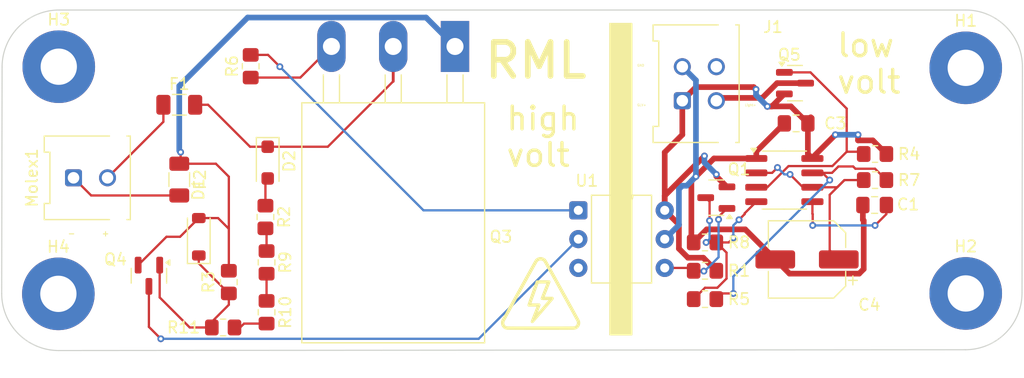
<source format=kicad_pcb>
(kicad_pcb (version 20241229) (generator "pcbnew") (generator_version "9.0")
  (layers (0 "F.Cu" signal) (2 "B.Cu" signal) (13 "F.Paste" user) (15 "B.Paste" user) (5 "F.SilkS" user "F.Silkscreen") (7 "B.SilkS" user "B.Silkscreen") (1 "F.Mask" user) (3 "B.Mask" user) (25 "Edge.Cuts" user))
  (net 0 "")
  (net 1 "Net-(D1-K)")
  (net 2 "/HV-")
  (net 3 "GLV+")
  (net 4 "Net-(Q1-D)")
  (net 5 "Net-(Q1-G)")
  (net 6 "Net-(Q3-S)")
  (net 7 "Net-(Q4-D)")
  (net 8 "Net-(R6-Pad2)")
  (net 10 "Net-(D2-A)")
  (net 11 "/HV+")
  (net 12 "Net-(U2-CV)")
  (net 13 "Light+")
  (net 14 "GND")
  (net 15 "Net-(Q5-G)")
  (net 16 "Net-(U2-THR)")
  (net 18 "Net-(R10-Pad2)")
  (net 19 "Net-(R10-Pad1)")
  (net 20 "Net-(R2-Pad2)")
  (net 21 "Net-(D2-K)")
  (net 22 "Net-(Molex1-Pin_1)")
  (net 23 "Net-(U2-DIS)")
  (footprint "MountingHole:MountingHole_3.2mm_M3_Pad_TopBottom" (layer "F.Cu") (at 109 80.5)
    (property "Reference" "H3" (at 0 -4.15 0) (layer "F.SilkS"))
    (property "Value" "MountingHole")
    (pad "1" thru_hole circle (at 0 0) (size 3.6 3.6) (drill 3.2) (layers "*.Cu" "*.Mask"))
    (pad "1" connect circle (at 0 0) (size 6.4 6.4) (layers "F.Cu" "F.Mask"))
    (pad "1" connect circle (at 0 0) (size 6.4 6.4) (layers "B.Cu" "B.Mask"))
  )
  (footprint "Resistor_SMD:R_0805_2012Metric_Pad1.20x1.40mm_HandSolder" (layer "F.Cu") (at 127.3282 97.7579 -90)
    (property "Reference" "R9" (at 0 -1.65 90) (layer "F.SilkS"))
    (property "Value" "240k")
    (pad "1" smd roundrect (at -1 0 270) (size 1.2 1.4) (layers "F.Cu" "F.Mask" "F.Paste") (roundrect_rratio 0.208333) (net 20 "Net-(R2-Pad2)"))
    (pad "2" smd roundrect (at 1 0 270) (size 1.2 1.4) (layers "F.Cu" "F.Mask" "F.Paste") (roundrect_rratio 0.208333) (net 19 "Net-(R10-Pad1)"))
  )
  (footprint "Resistor_SMD:R_0805_2012Metric_Pad1.20x1.40mm_HandSolder" (layer "F.Cu") (at 124 99.5 90)
    (property "Reference" "R3" (at 0 -1.8 90) (layer "F.SilkS"))
    (property "Value" "2M")
    (pad "1" smd roundrect (at -1 0 90) (size 1.2 1.4) (layers "F.Cu" "F.Mask" "F.Paste") (roundrect_rratio 0.208333) (net 1 "Net-(D1-K)"))
    (pad "2" smd roundrect (at 1 0 90) (size 1.2 1.4) (layers "F.Cu" "F.Mask" "F.Paste") (roundrect_rratio 0.208333) (net 2 "/HV-"))
  )
  (footprint "Capacitor_SMD:CP_Elec_6.3x5.4" (layer "F.Cu") (at 175 97.5 180)
    (property "Reference" "C4" (at -5.5 -4 0) (layer "F.SilkS"))
    (property "Value" "100uF")
    (pad "1" smd roundrect (at -2.8 0 180) (size 3.5 1.6) (layers "F.Cu" "F.Mask" "F.Paste") (roundrect_rratio 0.15625) (net 16 "Net-(U2-THR)"))
    (pad "2" smd roundrect (at 2.8 0 180) (size 3.5 1.6) (layers "F.Cu" "F.Mask" "F.Paste") (roundrect_rratio 0.15625) (net 14 "GND"))
  )
  (footprint "Connector_Molex:Molex_Micro-Fit_3.0_43045-0212_2x01_P3.00mm_Vertical" (layer "F.Cu") (at 110.3 90.3 90)
    (property "Reference" "Molex1" (at 0 -3.67 90) (layer "F.SilkS"))
    (property "Value" "043045-0212")
    (pad "" np_thru_hole circle (at -3 3.94 90) (size 1.02 1.02) (drill 1.02) (layers "*.Cu" "*.Mask"))
    (pad "" np_thru_hole circle (at 3 3.94 90) (size 1.02 1.02) (drill 1.02) (layers "*.Cu" "*.Mask"))
    (pad "1" thru_hole roundrect (at 0 0 90) (size 1.5 1.5) (drill 1.02) (layers "*.Cu" "*.Mask") (roundrect_rratio 0.166667) (net 22 "Net-(Molex1-Pin_1)"))
    (pad "2" thru_hole circle (at 0 3 90) (size 1.5 1.5) (drill 1.02) (layers "*.Cu" "*.Mask") (net 11 "/HV+"))
  )
  (footprint "Fuse:Fuse_1206_3216Metric" (layer "F.Cu") (at 119.6282 90.4579 -90)
    (property "Reference" "F2" (at 0 -1.83 270) (layer "F.SilkS"))
    (property "Value" "750mA")
    (pad "1" smd roundrect (at -1.4 0 270) (size 1.25 1.75) (layers "F.Cu" "F.Mask" "F.Paste") (roundrect_rratio 0.2) (net 2 "/HV-"))
    (pad "2" smd roundrect (at 1.4 0 270) (size 1.25 1.75) (layers "F.Cu" "F.Mask" "F.Paste") (roundrect_rratio 0.2) (net 22 "Net-(Molex1-Pin_1)"))
  )
  (footprint "Capacitor_SMD:C_0805_2012Metric_Pad1.18x1.45mm_HandSolder" (layer "F.Cu") (at 174.0375 85.5)
    (property "Reference" "C3" (at 3.4625 0 0) (layer "F.SilkS"))
    (property "Value" "1uF")
    (pad "1" smd roundrect (at -1.0375 0) (size 1.175 1.45) (layers "F.Cu" "F.Mask" "F.Paste") (roundrect_rratio 0.212766) (net 14 "GND"))
    (pad "2" smd roundrect (at 1.0375 0) (size 1.175 1.45) (layers "F.Cu" "F.Mask" "F.Paste") (roundrect_rratio 0.212766) (net 3 "GLV+"))
  )
  (footprint "Resistor_SMD:R_0805_2012Metric_Pad1.20x1.40mm_HandSolder" (layer "F.Cu") (at 166 98.5 180)
    (property "Reference" "R1" (at -3 0 0) (layer "F.SilkS"))
    (property "Value" "2k")
    (pad "1" smd roundrect (at -1 0 180) (size 1.2 1.4) (layers "F.Cu" "F.Mask" "F.Paste") (roundrect_rratio 0.208333) (net 3 "GLV+"))
    (pad "2" smd roundrect (at 1 0 180) (size 1.2 1.4) (layers "F.Cu" "F.Mask" "F.Paste") (roundrect_rratio 0.208333) (net 5 "Net-(Q1-G)"))
  )
  (footprint "Resistor_SMD:R_0805_2012Metric_Pad1.20x1.40mm_HandSolder" (layer "F.Cu") (at 127.2282 93.7579 -90)
    (property "Reference" "R2" (at 0 -1.65 90) (layer "F.SilkS"))
    (property "Value" "240k")
    (pad "1" smd roundrect (at -1 0 270) (size 1.2 1.4) (layers "F.Cu" "F.Mask" "F.Paste") (roundrect_rratio 0.208333) (net 10 "Net-(D2-A)"))
    (pad "2" smd roundrect (at 1 0 270) (size 1.2 1.4) (layers "F.Cu" "F.Mask" "F.Paste") (roundrect_rratio 0.208333) (net 20 "Net-(R2-Pad2)"))
  )
  (footprint "MountingHole:MountingHole_3.2mm_M3_Pad_TopBottom" (layer "F.Cu") (at 108.964466 100.535534)
    (property "Reference" "H4" (at 0 -4.15 0) (layer "F.SilkS"))
    (property "Value" "MountingHole")
    (pad "1" thru_hole circle (at 0 0) (size 3.6 3.6) (drill 3.2) (layers "*.Cu" "*.Mask"))
    (pad "1" connect circle (at 0 0) (size 6.4 6.4) (layers "F.Cu" "F.Mask"))
    (pad "1" connect circle (at 0 0) (size 6.4 6.4) (layers "B.Cu" "B.Mask"))
  )
  (footprint "Capacitor_SMD:C_0805_2012Metric_Pad1.18x1.45mm_HandSolder" (layer "F.Cu") (at 180.9625 92.7)
    (property "Reference" "C1" (at 2.95 -0.05 0) (layer "F.SilkS"))
    (property "Value" "0.1uF")
    (pad "1" smd roundrect (at -1.0375 0) (size 1.175 1.45) (layers "F.Cu" "F.Mask" "F.Paste") (roundrect_rratio 0.212766) (net 14 "GND"))
    (pad "2" smd roundrect (at 1.0375 0) (size 1.175 1.45) (layers "F.Cu" "F.Mask" "F.Paste") (roundrect_rratio 0.212766) (net 12 "Net-(U2-CV)"))
  )
  (footprint "Diode_SMD:D_SOD-123" (layer "F.Cu") (at 121.35 95.5 90)
    (property "Reference" "D1" (at 4.1782 -0.0421 90) (layer "F.SilkS"))
    (property "Value" "BZT52C12")
    (pad "1" smd roundrect (at -1.65 0 90) (size 0.9 1.2) (layers "F.Cu" "F.Mask" "F.Paste") (net 1 "Net-(D1-K)"))
    (pad "2" smd roundrect (at 1.65 0 90) (size 0.9 1.2) (layers "F.Cu" "F.Mask" "F.Paste") (net 2 "/HV-"))
  )
  (footprint "Resistor_SMD:R_0805_2012Metric_Pad1.20x1.40mm_HandSolder" (layer "F.Cu") (at 123.5 103.5 180)
    (property "Reference" "R11" (at 3.5 0 0) (layer "F.SilkS"))
    (property "Value" "240k")
    (pad "1" smd roundrect (at -1 0 180) (size 1.2 1.4) (layers "F.Cu" "F.Mask" "F.Paste") (roundrect_rratio 0.208333) (net 18 "Net-(R10-Pad2)"))
    (pad "2" smd roundrect (at 1 0 180) (size 1.2 1.4) (layers "F.Cu" "F.Mask" "F.Paste") (roundrect_rratio 0.208333) (net 1 "Net-(D1-K)"))
  )
  (footprint "LOGO" (layer "F.Cu") (at 151.5 100.5)
    (property "Reference" "G***" (hide yes))
    (property "Value" "LOGO" (hide yes))
  )
  (footprint "MountingHole:MountingHole_3.2mm_M3_Pad_TopBottom" (layer "F.Cu") (at 189 100.5)
    (property "Reference" "H2" (at 0 -4.15 0) (layer "F.SilkS"))
    (property "Value" "MountingHole")
    (pad "1" thru_hole circle (at 0 0) (size 3.6 3.6) (drill 3.2) (layers "*.Cu" "*.Mask"))
    (pad "1" connect circle (at 0 0) (size 6.4 6.4) (layers "F.Cu" "F.Mask"))
    (pad "1" connect circle (at 0 0) (size 6.4 6.4) (layers "B.Cu" "B.Mask"))
  )
  (footprint "Resistor_SMD:R_0805_2012Metric_Pad1.20x1.40mm_HandSolder" (layer "F.Cu") (at 166 96)
    (property "Reference" "R8" (at 3 0 0) (layer "F.SilkS"))
    (property "Value" "1k")
    (pad "1" smd roundrect (at -1 0) (size 1.2 1.4) (layers "F.Cu" "F.Mask" "F.Paste") (roundrect_rratio 0.208333) (net 14 "GND"))
    (pad "2" smd roundrect (at 1 0) (size 1.2 1.4) (layers "F.Cu" "F.Mask" "F.Paste") (roundrect_rratio 0.208333) (net 4 "Net-(Q1-D)"))
  )
  (footprint "Connector_Molex:Molex_Micro-Fit_3.0_43045-0412_2x02_P3.00mm_Vertical" (layer "F.Cu") (at 164 83.5 90)
    (property "Reference" "J1" (at 6.5 8 180) (layer "F.SilkS"))
    (property "Value" "043045-0412")
    (pad "" np_thru_hole circle (at -3 3.94 90) (size 1.02 1.02) (drill 1.02) (layers "*.Cu" "*.Mask"))
    (pad "" np_thru_hole circle (at 6 3.94 90) (size 1.02 1.02) (drill 1.02) (layers "*.Cu" "*.Mask"))
    (pad "1" thru_hole roundrect (at 0 0 90) (size 1.5 1.5) (drill 1.02) (layers "*.Cu" "*.Mask") (roundrect_rratio 0.166667) (net 3 "GLV+"))
    (pad "2" thru_hole circle (at 3 0 90) (size 1.5 1.5) (drill 1.02) (layers "*.Cu" "*.Mask") (net 14 "GND"))
    (pad "3" thru_hole circle (at 0 3 90) (size 1.5 1.5) (drill 1.02) (layers "*.Cu" "*.Mask") (net 13 "Light+"))
    (pad "4" thru_hole circle (at 3 3 90) (size 1.5 1.5) (drill 1.02) (layers "*.Cu" "*.Mask"))
  )
  (footprint "Resistor_SMD:R_0805_2012Metric_Pad1.20x1.40mm_HandSolder" (layer "F.Cu") (at 127.3282 102.1579 -90)
    (property "Reference" "R10" (at 0 -1.65 90) (layer "F.SilkS"))
    (property "Value" "240k")
    (pad "1" smd roundrect (at -1 0 270) (size 1.2 1.4) (layers "F.Cu" "F.Mask" "F.Paste") (roundrect_rratio 0.208333) (net 19 "Net-(R10-Pad1)"))
    (pad "2" smd roundrect (at 1 0 270) (size 1.2 1.4) (layers "F.Cu" "F.Mask" "F.Paste") (roundrect_rratio 0.208333) (net 18 "Net-(R10-Pad2)"))
  )
  (footprint "Resistor_SMD:R_0805_2012Metric_Pad1.20x1.40mm_HandSolder" (layer "F.Cu") (at 181 88.2)
    (property "Reference" "R4" (at 3 0 0) (layer "F.SilkS"))
    (property "Value" "1k")
    (pad "1" smd roundrect (at -1 0) (size 1.2 1.4) (layers "F.Cu" "F.Mask" "F.Paste") (roundrect_rratio 0.208333) (net 15 "Net-(Q5-G)"))
    (pad "2" smd roundrect (at 1 0) (size 1.2 1.4) (layers "F.Cu" "F.Mask" "F.Paste") (roundrect_rratio 0.208333) (net 3 "GLV+"))
  )
  (footprint "Resistor_SMD:R_0805_2012Metric_Pad1.20x1.40mm_HandSolder" (layer "F.Cu") (at 166 101)
    (property "Reference" "R5" (at 3 0 0) (layer "F.SilkS"))
    (property "Value" "100")
    (pad "1" smd roundrect (at -1 0) (size 1.2 1.4) (layers "F.Cu" "F.Mask" "F.Paste") (roundrect_rratio 0.208333) (net 4 "Net-(Q1-D)"))
    (pad "2" smd roundrect (at 1 0) (size 1.2 1.4) (layers "F.Cu" "F.Mask" "F.Paste") (roundrect_rratio 0.208333) (net 23 "Net-(U2-DIS)"))
  )
  (footprint "Package_DIP:DIP-6_W7.62mm" (layer "F.Cu") (at 154.8282 93.1679)
    (property "Reference" "U1" (at 0.752 -2.6058 0) (layer "F.SilkS"))
    (property "Value" "H11L1M")
    (pad "1" thru_hole roundrect (at 0 0) (size 1.6 1.6) (drill 0.8) (layers "*.Cu" "*.Mask") (roundrect_rratio 0.15625) (net 8 "Net-(R6-Pad2)"))
    (pad "2" thru_hole circle (at 0 2.54) (size 1.6 1.6) (drill 0.8) (layers "*.Cu" "*.Mask") (net 7 "Net-(Q4-D)"))
    (pad "3" thru_hole circle (at 0 5.08) (size 1.6 1.6) (drill 0.8) (layers "*.Cu" "*.Mask"))
    (pad "4" thru_hole circle (at 7.62 5.08) (size 1.6 1.6) (drill 0.8) (layers "*.Cu" "*.Mask") (net 5 "Net-(Q1-G)"))
    (pad "5" thru_hole circle (at 7.62 2.54) (size 1.6 1.6) (drill 0.8) (layers "*.Cu" "*.Mask") (net 14 "GND"))
    (pad "6" thru_hole circle (at 7.62 0) (size 1.6 1.6) (drill 0.8) (layers "*.Cu" "*.Mask") (net 3 "GLV+"))
  )
  (footprint "Diode_SMD:D_SOD-123F" (layer "F.Cu") (at 127.4282 88.9579 -90)
    (property "Reference" "D2" (at -0.127 -1.905 270) (layer "F.SilkS"))
    (property "Value" "BZT52C51")
    (pad "1" smd roundrect (at -1.4 0 270) (size 1.1 1.1) (layers "F.Cu" "F.Mask" "F.Paste") (roundrect_rratio 0.2272727273) (net 21 "Net-(D2-K)"))
    (pad "2" smd roundrect (at 1.4 0 270) (size 1.1 1.1) (layers "F.Cu" "F.Mask" "F.Paste") (roundrect_rratio 0.2272727273) (net 10 "Net-(D2-A)"))
  )
  (footprint "Fuse:Fuse_1206_3216Metric" (layer "F.Cu") (at 119.6282 83.8579)
    (property "Reference" "F1" (at 0 -1.83 0) (layer "F.SilkS"))
    (property "Value" "750mA")
    (pad "1" smd roundrect (at -1.4 0) (size 1.25 1.75) (layers "F.Cu" "F.Mask" "F.Paste") (roundrect_rratio 0.2) (net 11 "/HV+"))
    (pad "2" smd roundrect (at 1.4 0) (size 1.25 1.75) (layers "F.Cu" "F.Mask" "F.Paste") (roundrect_rratio 0.2) (net 21 "Net-(D2-K)"))
  )
  (footprint "Package_TO_SOT_SMD:SOT-23" (layer "F.Cu") (at 167 92.05 180)
    (property "Reference" "Q1" (at -2 2.5 180) (layer "F.SilkS"))
    (property "Value" "DMP2035U-7")
    (pad "1" smd roundrect (at -0.9375 -0.95 180) (size 1.475 0.6) (layers "F.Cu" "F.Mask" "F.Paste") (net 5 "Net-(Q1-G)"))
    (pad "2" smd roundrect (at -0.9375 0.95 180) (size 1.475 0.6) (layers "F.Cu" "F.Mask" "F.Paste") (net 3 "GLV+"))
    (pad "3" smd roundrect (at 0.9375 0 180) (size 1.475 0.6) (layers "F.Cu" "F.Mask" "F.Paste") (net 4 "Net-(Q1-D)"))
  )
  (footprint "Package_SO:SOIC-8_3.9x4.9mm_P1.27mm" (layer "F.Cu") (at 173 90.5)
    (property "Reference" "U2" (hide yes))
    (property "Value" "NE555D")
    (pad "1" smd roundrect (at -2.475 -1.905) (size 1.95 0.6) (layers "F.Cu" "F.Mask" "F.Paste") (net 14 "GND"))
    (pad "2" smd roundrect (at -2.475 -0.635) (size 1.95 0.6) (layers "F.Cu" "F.Mask" "F.Paste") (net 16 "Net-(U2-THR)"))
    (pad "3" smd roundrect (at -2.475 0.635) (size 1.95 0.6) (layers "F.Cu" "F.Mask" "F.Paste") (net 15 "Net-(Q5-G)"))
    (pad "4" smd roundrect (at -2.475 1.905) (size 1.95 0.6) (layers "F.Cu" "F.Mask" "F.Paste") (net 4 "Net-(Q1-D)"))
    (pad "5" smd roundrect (at 2.475 1.905) (size 1.95 0.6) (layers "F.Cu" "F.Mask" "F.Paste") (net 12 "Net-(U2-CV)"))
    (pad "6" smd roundrect (at 2.475 0.635) (size 1.95 0.6) (layers "F.Cu" "F.Mask" "F.Paste") (net 16 "Net-(U2-THR)"))
    (pad "7" smd roundrect (at 2.475 -0.635) (size 1.95 0.6) (layers "F.Cu" "F.Mask" "F.Paste") (net 23 "Net-(U2-DIS)"))
    (pad "8" smd roundrect (at 2.475 -1.905) (size 1.95 0.6) (layers "F.Cu" "F.Mask" "F.Paste") (net 3 "GLV+"))
  )
  (footprint "Resistor_SMD:R_0805_2012Metric_Pad1.20x1.40mm_HandSolder" (layer "F.Cu") (at 181 90.5)
    (property "Reference" "R7" (at 3 0 0) (layer "F.SilkS"))
    (property "Value" "3k")
    (pad "1" smd roundrect (at -1 0) (size 1.2 1.4) (layers "F.Cu" "F.Mask" "F.Paste") (roundrect_rratio 0.208333) (net 16 "Net-(U2-THR)"))
    (pad "2" smd roundrect (at 1 0) (size 1.2 1.4) (layers "F.Cu" "F.Mask" "F.Paste") (roundrect_rratio 0.208333) (net 23 "Net-(U2-DIS)"))
  )
  (footprint "Package_TO_SOT_THT:TO-247-3_Horizontal_TabDown" (layer "F.Cu") (at 143.95 78.7144 180)
    (property "Reference" "Q3" (at -4.05 -16.7856 0) (layer "F.SilkS"))
    (property "Value" "UJ3N065080K3S")
    (pad "" np_thru_hole circle (at 5.45 -19.86 180) (size 3.6 3.6) (drill 3.6) (layers "*.Cu" "*.Mask"))
    (pad "1" thru_hole rect (at 0 0 180) (size 2.5 4.5) (drill 1.5) (layers "*.Cu" "*.Mask") (net 2 "/HV-"))
    (pad "2" thru_hole oval (at 5.45 0 180) (size 2.5 4.5) (drill 1.5) (layers "*.Cu" "*.Mask") (net 21 "Net-(D2-K)"))
    (pad "3" thru_hole oval (at 10.9 0 180) (size 2.5 4.5) (drill 1.5) (layers "*.Cu" "*.Mask") (net 6 "Net-(Q3-S)"))
  )
  (footprint "Package_TO_SOT_SMD:SOT-23" (layer "F.Cu") (at 116.95 98.9375 -90)
    (property "Reference" "Q4" (at -1.4375 2.95 180) (layer "F.SilkS"))
    (property "Value" "DMN2056U")
    (pad "1" smd roundrect (at -0.9375 -0.95 270) (size 1.475 0.6) (layers "F.Cu" "F.Mask" "F.Paste") (net 1 "Net-(D1-K)"))
    (pad "2" smd roundrect (at -0.9375 0.95 270) (size 1.475 0.6) (layers "F.Cu" "F.Mask" "F.Paste") (net 2 "/HV-"))
    (pad "3" smd roundrect (at 0.9375 0 270) (size 1.475 0.6) (layers "F.Cu" "F.Mask" "F.Paste") (net 7 "Net-(Q4-D)"))
  )
  (footprint "Resistor_SMD:R_0805_2012Metric_Pad1.20x1.40mm_HandSolder" (layer "F.Cu") (at 125.9282 80.4579 90)
    (property "Reference" "R6" (at 0 -1.65 90) (layer "F.SilkS"))
    (property "Value" "5.6k")
    (pad "1" smd roundrect (at -1 0 90) (size 1.2 1.4) (layers "F.Cu" "F.Mask" "F.Paste") (roundrect_rratio 0.208333) (net 6 "Net-(Q3-S)"))
    (pad "2" smd roundrect (at 1 0 90) (size 1.2 1.4) (layers "F.Cu" "F.Mask" "F.Paste") (roundrect_rratio 0.208333) (net 8 "Net-(R6-Pad2)"))
  )
  (footprint "MountingHole:MountingHole_3.2mm_M3_Pad_TopBottom" (layer "F.Cu") (at 189 80.6)
    (property "Reference" "H1" (at 0 -4.15 0) (layer "F.SilkS"))
    (property "Value" "MountingHole")
    (pad "1" thru_hole circle (at 0 0) (size 3.6 3.6) (drill 3.2) (layers "*.Cu" "*.Mask"))
    (pad "1" connect circle (at 0 0) (size 6.4 6.4) (layers "F.Cu" "F.Mask"))
    (pad "1" connect circle (at 0 0) (size 6.4 6.4) (layers "B.Cu" "B.Mask"))
  )
  (footprint "Package_TO_SOT_SMD:SOT-23" (layer "F.Cu") (at 173.9375 81.95)
    (property "Reference" "Q5" (at -0.5 -2.5 0) (layer "F.SilkS"))
    (property "Value" "AO3401A")
    (pad "1" smd roundrect (at -0.9375 -0.95) (size 1.475 0.6) (layers "F.Cu" "F.Mask" "F.Paste") (net 15 "Net-(Q5-G)"))
    (pad "2" smd roundrect (at -0.9375 0.95) (size 1.475 0.6) (layers "F.Cu" "F.Mask" "F.Paste") (net 3 "GLV+"))
    (pad "3" smd roundrect (at 0.9375 0) (size 1.475 0.6) (layers "F.Cu" "F.Mask" "F.Paste") (net 13 "Light+"))
  )
  (gr_rect (start 157.6257 76.7079) (end 159.5307 104.1329) (stroke (width 0.15)) (fill no) (layer "F.SilkS"))
  (gr_line (start 188.964466 105.464465) (end 109 105.535471) (stroke (width 0.1)) (layer "Edge.Cuts"))
  (gr_arc (start 193.964466 100.464466) (mid 192.5 104) (end 188.964466 105.464466) (stroke (width 0.1)) (layer "Edge.Cuts"))
  (gr_arc (start 103.999882 80.54393) (mid 105.471821 76.977752) (end 109.035542 75.499875) (stroke (width 0.1)) (layer "Edge.Cuts"))
  (gr_line (start 103.964529 100.5) (end 103.999882 80.54393) (stroke (width 0.1)) (layer "Edge.Cuts"))
  (gr_arc (start 189 75.5) (mid 192.535534 76.964466) (end 194 80.5) (stroke (width 0.1)) (layer "Edge.Cuts"))
  (gr_arc (start 109 105.535471) (mid 105.439384 104.060616) (end 103.964529 100.5) (stroke (width 0.1)) (layer "Edge.Cuts"))
  (gr_line (start 109.035534 75.499875) (end 189 75.5) (stroke (width 0.1)) (layer "Edge.Cuts"))
  (gr_line (start 194 80.5) (end 193.964465 100.464466) (stroke (width 0.1)) (layer "Edge.Cuts"))
  (gr_text "-" (at 110.5 95.5 0) (layer "F.SilkS") (effects (font (size 0.5 0.5) (thickness 0.1) (bold yes)) (justify left bottom mirror)))
  (gr_text "GND" (at 160 80.5 0) (layer "F.SilkS") (effects (font (size 0.2 0.2) (thickness 0.04) (bold yes)) (justify left bottom)))
  (gr_text "GLV+" (at 160 84 0) (layer "F.SilkS") (effects (font (size 0.2 0.2) (thickness 0.04) (bold yes)) (justify left bottom)))
  (gr_text "Light+" (at 169.5 84 0) (layer "F.SilkS") (effects (font (size 0.2 0.2) (thickness 0.04) (bold yes)) (justify left bottom)))
  (gr_text "low \nvolt\n" (at 177.5 83 0) (layer "F.SilkS") (effects (font (size 2 2) (thickness 0.3)) (justify left bottom)))
  (gr_text "high \nvolt" (at 148.3282 89.4579 0) (layer "F.SilkS") (effects (font (size 2 2) (thickness 0.3)) (justify left bottom)))
  (gr_text "+" (at 113.5 95.5 0) (layer "F.SilkS") (effects (font (size 0.5 0.5) (thickness 0.1) (bold yes)) (justify left bottom mirror)))
  (gr_text "RML" (at 146.3282 81.7079 0) (layer "F.SilkS") (effects (font (size 3 3) (thickness 0.5) (bold yes)) (justify left bottom)))
  (segment (start 117.9 100.85) (end 120.55 103.5) (width 0.2) (layer "F.Cu") (net 1))
  (segment (start 117.9 98) (end 117.9 100.85) (width 0.2) (layer "F.Cu") (net 1))
  (segment (start 124 101.5) (end 124 100.5) (width 0.2) (layer "F.Cu") (net 1))
  (segment (start 122.5 103) (end 124 101.5) (width 0.2) (layer "F.Cu") (net 1))
  (segment (start 124 100.5) (end 121.35 97.85) (width 0.2) (layer "F.Cu") (net 1))
  (segment (start 120.55 103.5) (end 122.5 103.5) (width 0.2) (layer "F.Cu") (net 1))
  (segment (start 121.35 97.85) (end 121.35 97.15) (width 0.2) (layer "F.Cu") (net 1))
  (segment (start 122.5 103.5) (end 122.5 103) (width 0.2) (layer "F.Cu") (net 1))
  (segment (start 123.05 93.85) (end 124 94.8) (width 0.2) (layer "F.Cu") (net 2))
  (segment (start 124 90.2) (end 122.8579 89.0579) (width 0.2) (layer "F.Cu") (net 2))
  (segment (start 118.5 95.5) (end 119.7 95.5) (width 0.2) (layer "F.Cu") (net 2))
  (segment (start 119.6282 87.9179) (end 119.7482 88.0379) (width 0.2) (layer "F.Cu") (net 2))
  (segment (start 119.7 95.5) (end 121.35 93.85) (width 0.2) (layer "F.Cu") (net 2))
  (segment (start 119.7482 88.0379) (end 119.7482 88.9379) (width 0.2) (layer "F.Cu") (net 2))
  (segment (start 121.35 93.85) (end 123.05 93.85) (width 0.2) (layer "F.Cu") (net 2))
  (segment (start 116 98) (end 118.5 95.5) (width 0.2) (layer "F.Cu") (net 2))
  (segment (start 122.8579 89.0579) (end 119.6282 89.0579) (width 0.2) (layer "F.Cu") (net 2))
  (segment (start 119.7482 88.9379) (end 119.6282 89.0579) (width 0.2) (layer "F.Cu") (net 2))
  (segment (start 124 94.8) (end 124 98.5) (width 0.2) (layer "F.Cu") (net 2))
  (segment (start 124 90.2) (end 124 94.8) (width 0.2) (layer "F.Cu") (net 2))
  (via (at 119.7482 88.0379) (size 0.6) (drill 0.3) (layers "F.Cu" "B.Cu") (net 2))
  (segment (start 141.399 76.1634) (end 143.95 78.7144) (width 0.5) (layer "B.Cu") (net 2))
  (segment (start 125.660618 76.1634) (end 141.399 76.1634) (width 0.5) (layer "B.Cu") (net 2))
  (segment (start 119.6282 82.195818) (end 125.660618 76.1634) (width 0.5) (layer "B.Cu") (net 2))
  (segment (start 119.6282 87.9179) (end 119.6282 82.195818) (width 0.5) (layer "B.Cu") (net 2))
  (segment (start 143.9282 77.9579) (end 143.95 77.9797) (width 0.2) (layer "B.Cu") (net 2))
  (segment (start 164 86.5) (end 162.4482 88.0518) (width 0.5) (layer "F.Cu") (net 3))
  (segment (start 162.4482 91.876423) (end 165.951 88.373623) (width 0.5) (layer "F.Cu") (net 3))
  (segment (start 162.4482 88.0518) (end 162.4482 93.1679) (width 0.5) (layer "F.Cu") (net 3))
  (segment (start 162.4482 93.1679) (end 163.6992 94.4189) (width 0.5) (layer "F.Cu") (net 3))
  (segment (start 173.575 84) (end 175.075 85.5) (width 0.5) (layer "F.Cu") (net 3))
  (segment (start 175.475 88.595) (end 175.475 88.525) (width 0.5) (layer "F.Cu") (net 3))
  (segment (start 163.6992 94.4189) (end 163.6992 96.5482) (width 0.5) (layer "F.Cu") (net 3))
  (segment (start 171.5 84) (end 173.575 84) (width 0.5) (layer "F.Cu") (net 3))
  (segment (start 179.5 86.5) (end 179.5 87) (width 0.5) (layer "F.Cu") (net 3))
  (segment (start 167 90.1625) (end 167.9375 91.1) (width 0.5) (layer "F.Cu") (net 3))
  (segment (start 167 90) (end 167 90.1625) (width 0.5) (layer "F.Cu") (net 3))
  (segment (start 179.5 87) (end 180.8 87) (width 0.5) (layer "F.Cu") (net 3))
  (segment (start 164 83.5) (end 164 86.5) (width 0.5) (layer "F.Cu") (net 3))
  (segment (start 162.4482 93.1679) (end 162.4482 91.876423) (width 0.5) (layer "F.Cu") (net 3))
  (segment (start 165.849 97.349) (end 167 98.5) (width 0.5) (layer "F.Cu") (net 3))
  (segment (start 175.475 88.525) (end 177.5 86.5) (width 0.5) (layer "F.Cu") (net 3))
  (segment (start 175.075 85.5) (end 175.075 88.195) (width 0.5) (layer "F.Cu") (net 3))
  (segment (start 171.5 84) (end 171.9 84) (width 0.5) (layer "F.Cu") (net 3))
  (segment (start 174.8186 85.4675) (end 175.3282 84.9579) (width 0.5) (layer "F.Cu") (net 3))
  (segment (start 165.201 82.299) (end 170.299 82.299) (width 0.5) (layer "F.Cu") (net 3))
  (segment (start 175.075 88.195) (end 175.475 88.595) (width 0.5) (layer "F.Cu") (net 3))
  (segment (start 164 83.5) (end 165.201 82.299) (width 0.5) (layer "F.Cu") (net 3))
  (segment (start 171.9 84) (end 173 82.9) (width 0.5) (layer "F.Cu") (net 3))
  (segment (start 163.6992 96.5482) (end 164.5 97.349) (width 0.5) (layer "F.Cu") (net 3))
  (segment (start 164.5 97.349) (end 165.849 97.349) (width 0.5) (layer "F.Cu") (net 3))
  (segment (start 170.299 82.299) (end 170.5 82.5) (width 0.5) (layer "F.Cu") (net 3))
  (segment (start 180.8 87) (end 182 88.2) (width 0.5) (layer "F.Cu") (net 3))
  (via (at 171.5 84) (size 0.6) (drill 0.3) (layers "F.Cu" "B.Cu") (net 3))
  (via (at 167 90) (size 0.6) (drill 0.3) (layers "F.Cu" "B.Cu") (net 3))
  (via (at 177.5 86.5) (size 0.6) (drill 0.3) (layers "F.Cu" "B.Cu") (net 3))
  (via (at 179.5 86.5) (size 0.6) (drill 0.3) (layers "F.Cu" "B.Cu") (net 3))
  (via (at 165.951 88.373623) (size 0.6) (drill 0.3) (layers "F.Cu" "B.Cu") (net 3))
  (via (at 170.5 82.5) (size 0.6) (drill 0.3) (layers "F.Cu" "B.Cu") (net 3))
  (segment (start 170.5 83) (end 171.5 84) (width 0.5) (layer "B.Cu") (net 3))
  (segment (start 165.951 88.373623) (end 165.951 88.951) (width 0.5) (layer "B.Cu") (net 3))
  (segment (start 165.951 88.951) (end 167 90) (width 0.5) (layer "B.Cu") (net 3))
  (segment (start 170.5 82.5) (end 170.5 83) (width 0.5) (layer "B.Cu") (net 3))
  (segment (start 177.5 86.5) (end 179.5 86.5) (width 0.5) (layer "B.Cu") (net 3))
  (segment (start 169 94) (end 169.5 93.5) (width 0.2) (layer "F.Cu") (net 4))
  (segment (start 167 96) (end 168.099 96) (width 0.2) (layer "F.Cu") (net 4))
  (segment (start 167.901 96.901) (end 167.901 99.18516) (width 0.2) (layer "F.Cu") (net 4))
  (segment (start 166.001 99.999) (end 165 101) (width 0.2) (layer "F.Cu") (net 4))
  (segment (start 166.404192 92.391692) (end 166.0625 92.05) (width 0.2) (layer "F.Cu") (net 4))
  (segment (start 167.901 99.18516) (end 167.08716 99.999) (width 0.2) (layer "F.Cu") (net 4))
  (segment (start 167.08716 99.999) (end 166.001 99.999) (width 0.2) (layer "F.Cu") (net 4))
  (segment (start 168.099 96) (end 168.5 95.599) (width 0.2) (layer "F.Cu") (net 4))
  (segment (start 169.5 93.5) (end 169.5 93.43) (width 0.2) (layer "F.Cu") (net 4))
  (segment (start 166.404192 94.076903) (end 166.404192 92.391692) (width 0.2) (layer "F.Cu") (net 4))
  (segment (start 169.5 93.43) (end 170.525 92.405) (width 0.2) (layer "F.Cu") (net 4))
  (segment (start 166.1 96) (end 167 96) (width 0.2) (layer "F.Cu") (net 4))
  (segment (start 167 96) (end 167.901 96.901) (width 0.2) (layer "F.Cu") (net 4))
  (segment (start 167.1732 95.8629) (end 167.0782 95.9579) (width 0.5) (layer "F.Cu") (net 4))
  (via (at 169 94) (size 0.6) (drill 0.3) (layers "F.Cu" "B.Cu") (net 4))
  (via (at 166.1 96) (size 0.6) (drill 0.3) (layers "F.Cu" "B.Cu") (net 4))
  (via (at 168.5 95.599) (size 0.6) (drill 0.3) (layers "F.Cu" "B.Cu") (net 4))
  (via (at 166.404192 94.076903) (size 0.6) (drill 0.3) (layers "F.Cu" "B.Cu") (net 4))
  (segment (start 168.5 94.5) (end 169 94) (width 0.2) (layer "B.Cu") (net 4))
  (segment (start 166.404192 95.695808) (end 166.1 96) (width 0.2) (layer "B.Cu") (net 4))
  (segment (start 166.404192 94.076903) (end 166.404192 95.695808) (width 0.2) (layer "B.Cu") (net 4))
  (segment (start 168.5 95.599) (end 168.5 94.5) (width 0.2) (layer "B.Cu") (net 4))
  (segment (start 167.197613 93.974493) (end 167.197613 93.739887) (width 0.2) (layer "F.Cu") (net 5))
  (segment (start 164.7479 98.2479) (end 165 98.5) (width 0.2) (layer "F.Cu") (net 5))
  (segment (start 164.590338 98.5) (end 165 98.5) (width 0.2) (layer "F.Cu") (net 5))
  (segment (start 162.4482 98.2479) (end 164.7479 98.2479) (width 0.2) (layer "F.Cu") (net 5))
  (segment (start 165.030331 98.530331) (end 165 98.5) (width 0.2) (layer "F.Cu") (net 5))
  (segment (start 165.9 98.530331) (end 165.030331 98.530331) (width 0.2) (layer "F.Cu") (net 5))
  (segment (start 167.197613 93.739887) (end 167.9375 93) (width 0.2) (layer "F.Cu") (net 5))
  (via (at 167.197613 93.974493) (size 0.6) (drill 0.3) (layers "F.Cu" "B.Cu") (net 5))
  (via (at 165.9 98.530331) (size 0.6) (drill 0.3) (layers "F.Cu" "B.Cu") (net 5))
  (segment (start 167.197613 93.974493) (end 167.197613 97.302387) (width 0.2) (layer "B.Cu") (net 5))
  (segment (start 165.969669 98.530331) (end 165.9 98.530331) (width 0.2) (layer "B.Cu") (net 5))
  (segment (start 167.197613 97.302387) (end 165.969669 98.530331) (width 0.2) (layer "B.Cu") (net 5))
  (segment (start 130.3065 81.4579) (end 133.05 78.7144) (width 0.2) (layer "F.Cu") (net 6))
  (segment (start 125.9282 81.4579) (end 130.3065 81.4579) (width 0.2) (layer "F.Cu") (net 6))
  (segment (start 116.95 103.45) (end 118 104.5) (width 0.2) (layer "F.Cu") (net 7))
  (segment (start 116.95 99.875) (end 116.95 103.45) (width 0.2) (layer "F.Cu") (net 7))
  (via (at 118 104.5) (size 0.6) (drill 0.3) (layers "F.Cu" "B.Cu") (net 7))
  (segment (start 146.0361 104.5) (end 149.8282 100.7079) (width 0.2) (layer "B.Cu") (net 7))
  (segment (start 118 104.5) (end 146.0361 104.5) (width 0.2) (layer "B.Cu") (net 7))
  (segment (start 149.8282 100.7079) (end 154.8282 95.7079) (width 0.2) (layer "B.Cu") (net 7))
  (segment (start 125.9282 79.4579) (end 127.4579 79.4579) (width 0.2) (layer "F.Cu") (net 8))
  (segment (start 127.4579 79.4579) (end 128.5 80.5) (width 0.2) (layer "F.Cu") (net 8))
  (via (at 128.5 80.5) (size 0.6) (drill 0.3) (layers "F.Cu" "B.Cu") (net 8))
  (segment (start 128.5 80.5) (end 141.1679 93.1679) (width 0.2) (layer "B.Cu") (net 8))
  (segment (start 141.1679 93.1679) (end 154.8282 93.1679) (width 0.2) (layer "B.Cu") (net 8))
  (segment (start 127.2282 92.7579) (end 127.2282 90.5579) (width 0.2) (layer "F.Cu") (net 10))
  (segment (start 127.2282 90.5579) (end 127.4282 90.3579) (width 0.2) (layer "F.Cu") (net 10))
  (segment (start 112.8282 90.7579) (end 118.2282 85.3579) (width 0.2) (layer "F.Cu") (net 11))
  (segment (start 118.2282 85.3579) (end 118.2282 83.8579) (width 0.2) (layer "F.Cu") (net 11))
  (segment (start 182 93.5) (end 181 94.5) (width 0.2) (layer "F.Cu") (net 12))
  (segment (start 175.5 94.5) (end 175.5 93.5) (width 0.2) (layer "F.Cu") (net 12))
  (segment (start 175.5 93.5) (end 175.475 93.475) (width 0.2) (layer "F.Cu") (net 12))
  (segment (start 182 92.7) (end 182 93.5) (width 0.2) (layer "F.Cu") (net 12))
  (segment (start 175.475 93.475) (end 175.475 92.405) (width 0.2) (layer "F.Cu") (net 12))
  (via (at 181 94.5) (size 0.6) (drill 0.3) (layers "F.Cu" "B.Cu") (net 12))
  (via (at 175.5 94.5) (size 0.6) (drill 0.3) (layers "F.Cu" "B.Cu") (net 12))
  (segment (start 181 94.5) (end 175.5 94.5) (width 0.2) (layer "B.Cu") (net 12))
  (segment (start 172.3584 81.95) (end 171.0574 83.251) (width 0.5) (layer "F.Cu") (net 13))
  (segment (start 172.3584 81.95) (end 174.875 81.95) (width 0.5) (layer "F.Cu") (net 13))
  (segment (start 171.0574 83.251) (end 167.249 83.251) (width 0.5) (layer "F.Cu") (net 13))
  (segment (start 167.249 83.251) (end 167 83.5) (width 0.5) (layer "F.Cu") (net 13))
  (segment (start 165.201 90.184282) (end 166.790282 88.595) (width 0.5) (layer "F.Cu") (net 14))
  (segment (start 173.451 98.751) (end 179.597292 98.751) (width 0.5) (layer "F.Cu") (net 14))
  (segment (start 165.201 90.184282) (end 164.799 90.586282) (width 0.5) (layer "F.Cu") (net 14))
  (segment (start 162.5882 95.6679) (end 162.5932 95.6679) (width 1.2) (layer "F.Cu") (net 14))
  (segment (start 180.001 98.347292) (end 180.001 94.076) (width 0.5) (layer "F.Cu") (net 14))
  (segment (start 166.151 94.849) (end 169.549 94.849) (width 0.5) (layer "F.Cu") (net 14))
  (segment (start 166.790282 88.595) (end 170.525 88.595) (width 0.5) (layer "F.Cu") (net 14))
  (segment (start 164.799 90.586282) (end 164.799 95.799) (width 0.5) (layer "F.Cu") (net 14))
  (segment (start 179.597292 98.751) (end 180.001 98.347292) (width 0.5) (layer "F.Cu") (net 14))
  (segment (start 169.549 94.849) (end 172.2 97.5) (width 0.5) (layer "F.Cu") (net 14))
  (segment (start 179.925 94) (end 179.925 92.7) (width 0.5) (layer "F.Cu") (net 14))
  (segment (start 164.799 95.799) (end 165 96) (width 0.5) (layer "F.Cu") (net 14))
  (segment (start 170.525 87.975) (end 173 85.5) (width 0.5) (layer "F.Cu") (net 14))
  (segment (start 165 96) (end 166.151 94.849) (width 0.5) (layer "F.Cu") (net 14))
  (segment (start 170.525 88.595) (end 170.525 87.975) (width 0.5) (layer "F.Cu") (net 14))
  (segment (start 172.2 97.5) (end 173.451 98.751) (width 0.5) (layer "F.Cu") (net 14))
  (segment (start 180.001 94.076) (end 179.925 94) (width 0.5) (layer "F.Cu") (net 14))
  (via (at 165.201 90.184282) (size 0.6) (drill 0.3) (layers "F.Cu" "B.Cu") (net 14))
  (segment (start 163.6992 91.3008) (end 163.6992 94.4569) (width 0.5) (layer "B.Cu") (net 14))
  (segment (start 165.201 81.701) (end 165.201 90.184282) (width 0.5) (layer "B.Cu") (net 14))
  (segment (start 164 80.5) (end 165.201 81.701) (width 0.5) (layer "B.Cu") (net 14))
  (segment (start 163.6992 94.4569) (end 162.4482 95.7079) (width 0.5) (layer "B.Cu") (net 14))
  (segment (start 165.201 90.184282) (end 164.385282 91) (width 0.5) (layer "B.Cu") (net 14))
  (segment (start 164.385282 91) (end 164 91) (width 0.5) (layer "B.Cu") (net 14))
  (segment (start 164 91) (end 163.6992 91.3008) (width 0.5) (layer "B.Cu") (net 14))
  (segment (start 178.5 88) (end 179.8 88) (width 0.2) (layer "F.Cu") (net 15))
  (segment (start 177.236 89.264) (end 173.370999 89.264) (width 0.2) (layer "F.Cu") (net 15))
  (segment (start 178.5 84.195532) (end 178.5 88) (width 0.2) (layer "F.Cu") (net 15))
  (segment (start 179.8 88) (end 180 88.2) (width 0.2) (layer "F.Cu") (net 15))
  (segment (start 173.370999 89.264) (end 171.499999 91.135) (width 0.2) (layer "F.Cu") (net 15))
  (segment (start 173 81) (end 175.304468 81) (width 0.2) (layer "F.Cu") (net 15))
  (segment (start 171.499999 91.135) (end 170.525 91.135) (width 0.2) (layer "F.Cu") (net 15))
  (segment (start 175.304468 81) (end 178.5 84.195532) (width 0.2) (layer "F.Cu") (net 15))
  (segment (start 178.5 88) (end 177.236 89.264) (width 0.2) (layer "F.Cu") (net 15))
  (segment (start 178.3 90.5) (end 180 90.5) (width 0.2) (layer "F.Cu") (net 16))
  (segment (start 175.475 91.135) (end 174.635 91.135) (width 0.2) (layer "F.Cu") (net 16))
  (segment (start 177 91.8) (end 177 96.7) (width 0.2) (layer "F.Cu") (net 16))
  (segment (start 177 91.8) (end 178.3 90.5) (width 0.2) (layer "F.Cu") (net 16))
  (segment (start 177.665 91.135) (end 178.3 90.5) (width 0.2) (layer "F.Cu") (net 16))
  (segment (start 172.393235 89.393234) (end 171.921469 89.865) (width 0.2) (layer "F.Cu") (net 16))
  (segment (start 171.921469 89.865) (end 170.525 89.865) (width 0.2) (layer "F.Cu") (net 16))
  (segment (start 177.665 91.135) (end 175.475 91.135) (width 0.2) (layer "F.Cu") (net 16))
  (segment (start 174.635 91.135) (end 173.5 90) (width 0.2) (layer "F.Cu") (net 16))
  (segment (start 177 96.7) (end 177.8 97.5) (width 0.2) (layer "F.Cu") (net 16))
  (via (at 172.393235 89.393234) (size 0.6) (drill 0.3) (layers "F.Cu" "B.Cu") (net 16))
  (via (at 173.5 90) (size 0.6) (drill 0.3) (layers "F.Cu" "B.Cu") (net 16))
  (segment (start 173.5 90) (end 173.000001 90) (width 0.2) (layer "B.Cu") (net 16))
  (segment (start 173.000001 90) (end 172.393235 89.393234) (width 0.2) (layer "B.Cu") (net 16))
  (segment (start 125.3421 103.1579) (end 127.3282 103.1579) (width 0.2) (layer "F.Cu") (net 18))
  (segment (start 124.5 103.5) (end 125 103.5) (width 0.2) (layer "F.Cu") (net 18))
  (segment (start 125 103.5) (end 125.3421 103.1579) (width 0.2) (layer "F.Cu") (net 18))
  (segment (start 127.3282 101.1579) (end 127.3282 98.7579) (width 0.2) (layer "F.Cu") (net 19))
  (segment (start 127.3282 94.8579) (end 127.2282 94.7579) (width 0.2) (layer "F.Cu") (net 20))
  (segment (start 127.3282 96.7579) (end 127.3282 94.8579) (width 0.2) (layer "F.Cu") (net 20))
  (segment (start 121.2282 83.8579) (end 121.3282 83.9579) (width 0.2) (layer "F.Cu") (net 21))
  (segment (start 121.4282 83.8579) (end 122.1682 83.8579) (width 0.2) (layer "F.Cu") (net 21))
  (segment (start 122.1682 83.8579) (end 125.8682 87.5579) (width 0.2) (layer "F.Cu") (net 21))
  (segment (start 138.5 81.7906) (end 138.5 78.7144) (width 0.25) (layer "F.Cu") (net 21))
  (segment (start 132.7327 87.5579) (end 138.5 81.7906) (width 0.2) (layer "F.Cu") (net 21))
  (segment (start 125.8682 87.5579) (end 127.4282 87.5579) (width 0.2) (layer "F.Cu") (net 21))
  (segment (start 121.3282 83.9579) (end 121.4282 83.8579) (width 0.2) (layer "F.Cu") (net 21))
  (segment (start 127.4282 87.5579) (end 132.7327 87.5579) (width 0.2) (layer "F.Cu") (net 21))
  (segment (start 121.0282 83.8579) (end 121.2282 83.8579) (width 0.2) (layer "F.Cu") (net 21))
  (segment (start 119.6282 91.8579) (end 119.5382 91.9479) (width 0.2) (layer "F.Cu") (net 22))
  (segment (start 110.3 90.3) (end 111.8579 91.8579) (width 0.2) (layer "F.Cu") (net 22))
  (segment (start 111.8579 91.8579) (end 119.6282 91.8579) (width 0.2) (layer "F.Cu") (net 22))
  (segment (start 177.2021 89.865) (end 175.475 89.865) (width 0.2) (layer "F.Cu") (net 23))
  (segment (start 182 90.5) (end 180.999 89.499) (width 0.2) (layer "F.Cu") (net 23))
  (segment (start 168.5 100.5) (end 167.5 100.5) (width 0.2) (layer "F.Cu") (net 23))
  (segment (start 175.475 89.865) (end 176.365 89.865) (width 0.2) (layer "F.Cu") (net 23))
  (segment (start 179.0681 89.299) (end 179.2681 89.499) (width 0.2) (layer "F.Cu") (net 23))
  (segment (start 167.5 100.5) (end 167 101) (width 0.2) (layer "F.Cu") (net 23))
  (segment (start 177.7681 89.299) (end 177.2021 89.865) (width 0.2) (layer "F.Cu") (net 23))
  (segment (start 180.999 89.499) (end 179.2681 89.499) (width 0.2) (layer "F.Cu") (net 23))
  (segment (start 176.365 89.865) (end 177 90.5) (width 0.2) (layer "F.Cu") (net 23))
  (segment (start 177.7681 89.299) (end 179.0681 89.299) (width 0.2) (layer "F.Cu") (net 23))
  (via (at 177 90.5) (size 0.6) (drill 0.3) (layers "F.Cu" "B.Cu") (net 23))
  (via (at 168.5 100.5) (size 0.6) (drill 0.3) (layers "F.Cu" "B.Cu") (net 23))
  (segment (start 168.5 99) (end 168.5 100.5) (width 0.2) (layer "B.Cu") (net 23))
  (segment (start 177 90.5) (end 168.5 99) (width 0.2) (layer "B.Cu") (net 23))
  (zone (net 0) (net_name "") (layer "F.SilkS") (connect_pads (clearance 0.5)) (min_thickness 0.25) (fill yes (thermal_gap 0.5) (thermal_bridge_width 0.5))
    (polygon (pts (xy 157.5782 76.7379) (xy 159.4832 76.7379) (xy 159.4832 104.1629) (xy 157.5782 104.1629)))
  )
)
</source>
